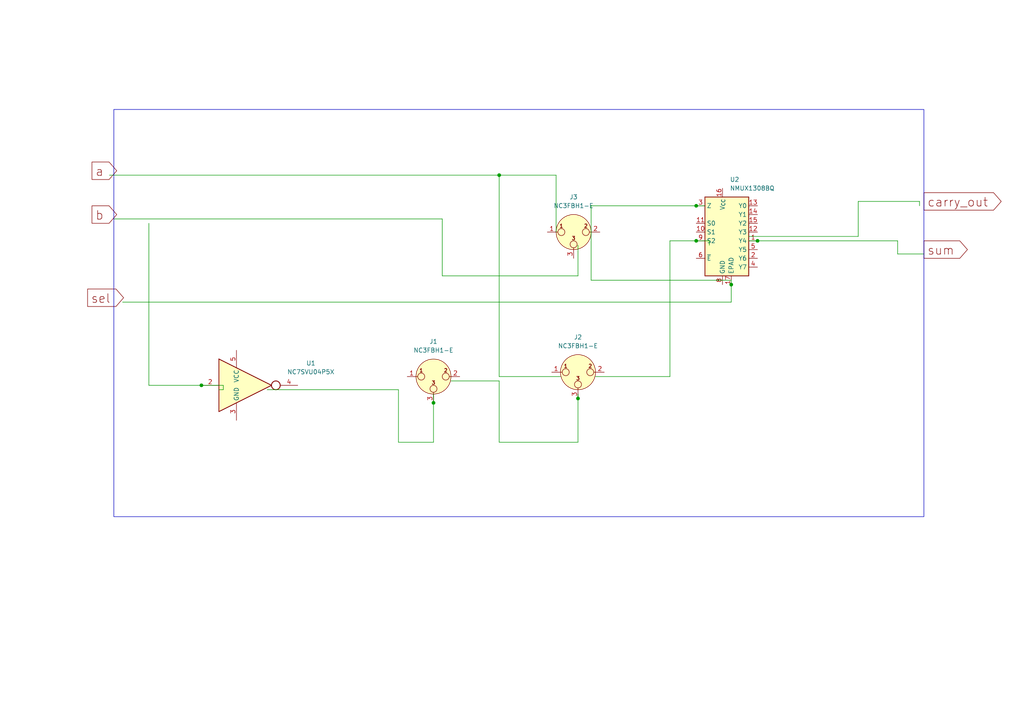
<source format=kicad_sch>
(kicad_sch (version 20250114) (generator "eeschema") (generator_version "9.0")
  (paper "A4")
  (title_block (title "fulladder1bit"))
  (lib_symbols
    (symbol "74xGxx:NC7SVU04P5X"
      (property "Reference" "U" (at -5.08 10.16 0))
      (property "Value" "NC7SVU04P5X" (at 15.24 10.16 0))
      (symbol "NC7SVU04P5X_0_1"
        (polyline (pts (xy -5.08 7.62) (xy -5.08 -7.62) (xy 10.16 0) (xy -5.08 7.62)) (stroke (width 0.254)) (fill (type background)))
        (circle (center 11.43 0) (radius 1.27) (stroke (width 0.254)))
      )
      (symbol "NC7SVU04P5X_1_1"
        (pin input line (at -10.16 0 0) (length 5.08) (name "~") (number "2"))
        (pin power_in line (at 0 10.16 270) (length 5.08) (name "VCC") (number "5"))
        (pin power_in line (at 0 -10.16 90) (length 5.08) (name "GND") (number "3"))
        (pin no_connect line (at 10.16 0 180) (length 5.08) (hide yes) (name "NC") (number "1"))
        (pin output line (at 17.78 0 180) (length 5.08) (name "~") (number "4"))
      )
    )
    (symbol "Analog_Switch:NMUX1308BQ"
      (property "Reference" "U" (at -5.08 11.684 0))
      (property "Value" "NMUX1308BQ" (at 1.27 11.684 0))
      (symbol "NMUX1308BQ_0_1"
        (rectangle (start -5.08 10.16) (end 7.62 -12.7) (stroke (width 0.254)) (fill (type background)))
      )
      (symbol "NMUX1308BQ_1_1"
        (pin passive line (at -7.62 7.62 0) (length 2.54) (name "Z") (number "3"))
        (pin input line (at -7.62 2.54 0) (length 2.54) (name "S0") (number "11"))
        (pin input line (at -7.62 0 0) (length 2.54) (name "S1") (number "10"))
        (pin input line (at -7.62 -2.54 0) (length 2.54) (name "S2") (number "9"))
        (pin input line (at -7.62 -7.62 0) (length 2.54) (name "~{E}") (number "6"))
        (pin no_connect line (at -5.08 -5.08 0) (length 2.54) (hide yes) (name "NC") (number "7"))
        (pin power_in line (at 0 12.7 270) (length 2.54) (name "V_{CC}") (number "16"))
        (pin power_in line (at 0 -15.24 90) (length 2.54) (name "GND") (number "8"))
        (pin power_in line (at 2.54 -15.24 90) (length 2.54) (name "EPAD") (number "17"))
        (pin passive line (at 10.16 7.62 180) (length 2.54) (name "Y0") (number "13"))
        (pin passive line (at 10.16 5.08 180) (length 2.54) (name "Y1") (number "14"))
        (pin passive line (at 10.16 2.54 180) (length 2.54) (name "Y2") (number "15"))
        (pin passive line (at 10.16 0 180) (length 2.54) (name "Y3") (number "12"))
        (pin passive line (at 10.16 -2.54 180) (length 2.54) (name "Y4") (number "1"))
        (pin passive line (at 10.16 -5.08 180) (length 2.54) (name "Y5") (number "5"))
        (pin passive line (at 10.16 -7.62 180) (length 2.54) (name "Y6") (number "2"))
        (pin passive line (at 10.16 -10.16 180) (length 2.54) (name "Y7") (number "4"))
      )
    )
    (symbol "Connector_Audio:NC3FBH1-E" (pin_names (hide yes))
      (property "Reference" "J" (at 0 8.89 0))
      (property "Value" "NC3FBH1-E" (at 0 6.35 0))
      (symbol "NC3FBH1-E_0_1"
        (polyline (pts (xy -5.08 0) (xy -4.572 0)))
        (circle (center -3.556 0) (radius 1.016))
        (circle (center 0 0) (radius 5.08) (fill (type background)))
        (circle (center 0 -3.556) (radius 1.016))
        (polyline (pts (xy 0 -5.08) (xy 0 -4.572)))
        (circle (center 3.556 0) (radius 1.016))
        (polyline (pts (xy 5.08 0) (xy 4.572 0)))
        (text "1" (at -3.556 1.778 0) (effects (font (size 1.016 1.016) (bold yes))))
        (text "3" (at 0 -1.778 0) (effects (font (size 1.016 1.016) (bold yes))))
        (text "2" (at 3.556 1.778 0) (effects (font (size 1.016 1.016) (bold yes))))
        (pin passive line (at -7.62 0 0) (length 2.54) (name "~") (number "1"))
        (pin passive line (at 0 -7.62 90) (length 2.54) (name "~") (number "3"))
        (pin passive line (at 7.62 0 180) (length 2.54) (name "~") (number "2"))
      )
    )
  )
  (rectangle (start 33.02 31.75) (end 267.97 149.86))
  (junction (at 144.78 50.8))
  (junction (at 125.73 116.84))
  (junction (at 212.09 82.55))
  (junction (at 58.42 111.76))
  (junction (at 201.93 59.69))
  (junction (at 219.71 69.85))
  (junction (at 201.93 69.85))
  (junction (at 167.64 115.57))
  (wire (pts (xy 125.73 114.3) (xy 125.73 116.84)))
  (wire (pts (xy 171.45 81.28) (xy 171.45 59.69)))
  (wire (pts (xy 212.09 81.28) (xy 212.09 82.55)))
  (wire (pts (xy 219.71 69.85) (xy 260.35 69.85)))
  (wire (pts (xy 171.45 59.69) (xy 201.93 59.69)))
  (wire (pts (xy 205.74 69.85) (xy 205.74 71.12)))
  (wire (pts (xy 201.93 69.85) (xy 205.74 69.85)))
  (wire (pts (xy 194.31 109.22) (xy 194.31 69.85)))
  (wire (pts (xy 161.29 50.8) (xy 161.29 67.31)))
  (wire (pts (xy 212.09 82.55) (xy 212.09 87.63)))
  (wire (pts (xy 260.35 73.66) (xy 267.97 73.66)))
  (wire (pts (xy 144.78 50.8) (xy 144.78 109.22)))
  (wire (pts (xy 144.78 128.27) (xy 167.64 128.27)))
  (wire (pts (xy 144.78 110.49) (xy 144.78 128.27)))
  (wire (pts (xy 31.75 50.8) (xy 144.78 50.8)))
  (wire (pts (xy 172.72 109.22) (xy 194.31 109.22)))
  (wire (pts (xy 260.35 69.85) (xy 260.35 73.66)))
  (wire (pts (xy 128.27 63.5) (xy 128.27 80.01)))
  (wire (pts (xy 212.09 81.28) (xy 171.45 81.28)))
  (wire (pts (xy 43.18 111.76) (xy 58.42 111.76)))
  (wire (pts (xy 64.77 111.76) (xy 64.77 113.03)))
  (wire (pts (xy 58.42 111.76) (xy 64.77 111.76)))
  (wire (pts (xy 125.73 116.84) (xy 125.73 128.27)))
  (wire (pts (xy 35.56 87.63) (xy 212.09 87.63)))
  (wire (pts (xy 217.17 69.85) (xy 219.71 69.85)))
  (wire (pts (xy 43.18 64.77) (xy 43.18 111.76)))
  (wire (pts (xy 77.47 113.03) (xy 115.57 113.03)))
  (wire (pts (xy 194.31 69.85) (xy 201.93 69.85)))
  (wire (pts (xy 144.78 109.22) (xy 162.56 109.22)))
  (wire (pts (xy 167.64 114.3) (xy 167.64 115.57)))
  (wire (pts (xy 167.64 71.12) (xy 167.64 80.01)))
  (wire (pts (xy 217.17 68.58) (xy 248.92 68.58)))
  (wire (pts (xy 248.92 68.58) (xy 248.92 58.42)))
  (wire (pts (xy 130.81 110.49) (xy 144.78 110.49)))
  (wire (pts (xy 115.57 128.27) (xy 125.73 128.27)))
  (wire (pts (xy 266.7 58.42) (xy 266.7 59.69)))
  (wire (pts (xy 248.92 58.42) (xy 266.7 58.42)))
  (wire (pts (xy 144.78 50.8) (xy 161.29 50.8)))
  (wire (pts (xy 128.27 80.01) (xy 167.64 80.01)))
  (wire (pts (xy 63.5 113.03) (xy 64.77 113.03)))
  (wire (pts (xy 201.93 59.69) (xy 204.47 59.69)))
  (wire (pts (xy 167.64 115.57) (xy 167.64 128.27)))
  (wire (pts (xy 115.57 113.03) (xy 115.57 128.27)))
  (wire (pts (xy 33.02 63.5) (xy 128.27 63.5)))
  (global_label "a" (shape output) (at 26.67 49.53 0) (effects (font (size 2.54 2.54))) (property "Intersheetrefs" "${INTERSHEET_REFS}" (effects (hide yes))))
  (global_label "sel" (shape output) (at 25.4 86.36 0) (effects (font (size 2.54 2.54))) (property "Intersheetrefs" "${INTERSHEET_REFS}" (effects (hide yes))))
  (global_label "b" (shape output) (at 26.67 62.23 0) (effects (font (size 2.54 2.54))) (property "Intersheetrefs" "${INTERSHEET_REFS}" (effects (hide yes))))
  (global_label "sum" (shape output) (at 267.97 72.39 0) (effects (font (size 2.54 2.54))) (property "Intersheetrefs" "${INTERSHEET_REFS}" (effects (hide yes))))
  (global_label "carry_out" (shape output) (at 267.97 58.42 0) (effects (font (size 2.54 2.54))) (property "Intersheetrefs" "${INTERSHEET_REFS}" (effects (hide yes))))
  (symbol (lib_id "Connector_Audio:NC3FBH1-E") (at 167.64 107.95 0) (unit 1)
    (property "Reference" "J2" (at 167.64 97.79 0))
    (property "Value" "NC3FBH1-E" (at 167.64 100.33 0))
    (property "Footprint" "Connector_Audio:Jack_XLR_Neutrik_NC3FBH1-E_Horizontal" (effects (hide yes)))
    (property "Datasheet" "https://www.neutrik.com/en/product/nc3fbh1-e" (effects (hide yes)))
    (property "Description" "B Series, 3 pole female XLR receptacle, grounding: mating connector shell to pin1 and front panel, horizontal PCB mount, additional ground contacts" (effects (hide yes)))
  )
  (symbol (lib_id "Connector_Audio:NC3FBH1-E") (at 166.37 67.31 0) (unit 1)
    (property "Reference" "J3" (at 166.37 57.15 0))
    (property "Value" "NC3FBH1-E" (at 166.37 59.69 0))
    (property "Footprint" "Connector_Audio:Jack_XLR_Neutrik_NC3FBH1-E_Horizontal" (effects (hide yes)))
    (property "Datasheet" "https://www.neutrik.com/en/product/nc3fbh1-e" (effects (hide yes)))
    (property "Description" "B Series, 3 pole female XLR receptacle, grounding: mating connector shell to pin1 and front panel, horizontal PCB mount, additional ground contacts" (effects (hide yes)))
  )
  (symbol (lib_id "Analog_Switch:NMUX1308BQ") (at 209.55 67.31 0) (unit 1)
    (property "Reference" "U2" (at 211.6933 52.07 0) (effects (justify left)))
    (property "Value" "NMUX1308BQ" (at 211.6933 54.61 0) (effects (justify left)))
    (property "Footprint" "Package_DFN_QFN:DHVQFN-16-1EP_2.5x3.5mm_P0.5mm_EP1x2mm" (effects (hide yes)))
    (property "Datasheet" "https://assets.nexperia.com/documents/data-sheet/NMUX1308.pdf" (effects (hide yes)))
    (property "Description" "8-channel analog switch multiplexer and demultiplexer with injection-current control, 1.5..5.5V supply voltage, DHVQFN-16" (effects (hide yes)))
  )
  (symbol (lib_id "74xGxx:NC7SVU04P5X") (at 68.58 111.76 0) (unit 1)
    (property "Reference" "U1" (at 90.17 105.3398 0))
    (property "Value" "NC7SVU04P5X" (at 90.17 107.8798 0))
    (property "Footprint" "Package_TO_SOT_SMD:SOT-353_SC-70-5" (effects (hide yes)))
    (property "Datasheet" "https://www.onsemi.com/pub/Collateral/NC7SVU04-D.pdf" (effects (hide yes)))
    (property "Description" "High-Speed Logic Inverter, SOT-353" (effects (hide yes)))
  )
  (symbol (lib_id "Connector_Audio:NC3FBH1-E") (at 125.73 109.22 0) (unit 1)
    (property "Reference" "J1" (at 125.73 99.06 0))
    (property "Value" "NC3FBH1-E" (at 125.73 101.6 0))
    (property "Footprint" "Connector_Audio:Jack_XLR_Neutrik_NC3FBH1-E_Horizontal" (effects (hide yes)))
    (property "Datasheet" "https://www.neutrik.com/en/product/nc3fbh1-e" (effects (hide yes)))
    (property "Description" "B Series, 3 pole female XLR receptacle, grounding: mating connector shell to pin1 and front panel, horizontal PCB mount, additional ground contacts" (effects (hide yes)))
  )
)
</source>
